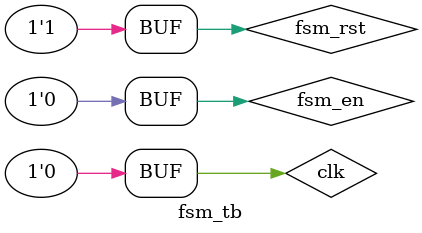
<source format=sv>
`timescale 1ns/ps

module fsm_tb();

    // output of our up_counter module
    logic [7:0] count;

    // control/input 
    logic clk, counter_en, counter_rst;
    logic fsm_en, fsm_rst;

    // Instantiate modules and connect them up
    fsm F1(clk, fsm_en, fsm_rst, count, counter_en, counter_rst);
    up_counter U1(clk, counter_rst, counter_en, count);

    //init more signals after some time
    initial begin
        #15;
        fsm_rst = 0;
        fsm_en = 1;
    end
    
    //clock
    always begin
        clk = 1; #10;
        clk = 0; #10;
    end

    initial begin
        clk = 0;
        fsm_rst = 1;
        fsm_en = 0;
    end
endmodule
</source>
